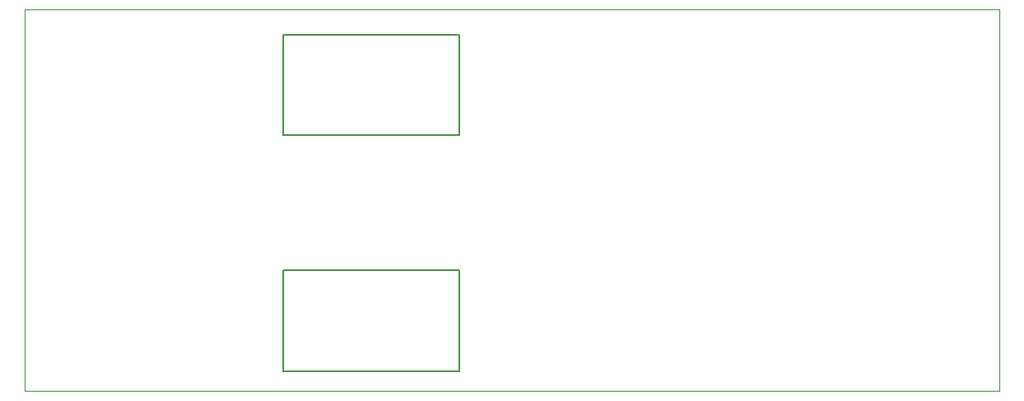
<source format=gm1>
G04 #@! TF.GenerationSoftware,KiCad,Pcbnew,8.0.7*
G04 #@! TF.CreationDate,2025-07-02T20:48:29-04:00*
G04 #@! TF.ProjectId,ESP32_laptop-midi,45535033-325f-46c6-9170-746f702d6d69,rev?*
G04 #@! TF.SameCoordinates,Original*
G04 #@! TF.FileFunction,Profile,NP*
%FSLAX46Y46*%
G04 Gerber Fmt 4.6, Leading zero omitted, Abs format (unit mm)*
G04 Created by KiCad (PCBNEW 8.0.7) date 2025-07-02 20:48:29*
%MOMM*%
%LPD*%
G01*
G04 APERTURE LIST*
G04 #@! TA.AperFunction,Profile*
%ADD10C,0.100000*%
G04 #@! TD*
G04 #@! TA.AperFunction,Profile*
%ADD11C,0.150000*%
G04 #@! TD*
G04 APERTURE END LIST*
D10*
X153000000Y-22000000D02*
X250000000Y-22000000D01*
X250000000Y-60000000D01*
X153000000Y-60000000D01*
X153000000Y-22000000D01*
D11*
X178750000Y-24500000D02*
X196250000Y-24500000D01*
X196250000Y-34500000D01*
X178750000Y-34500000D01*
X178750000Y-24500000D01*
X178750000Y-48000000D02*
X196250000Y-48000000D01*
X196250000Y-58000000D01*
X178750000Y-58000000D01*
X178750000Y-48000000D01*
M02*

</source>
